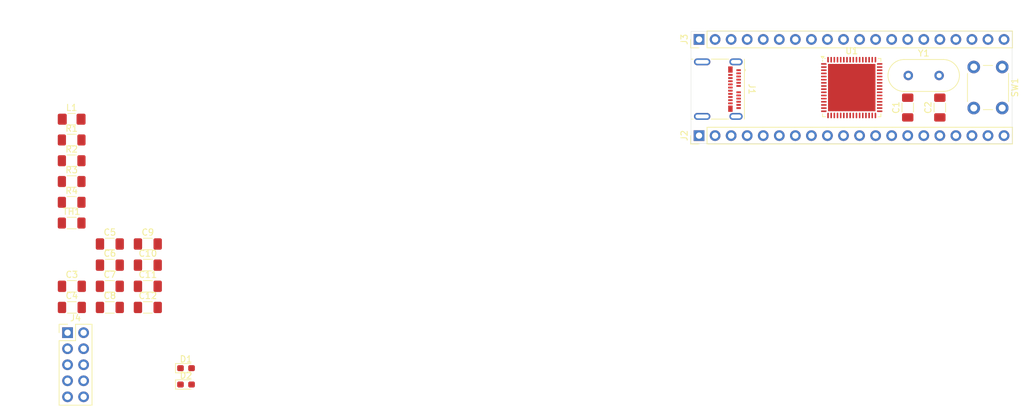
<source format=kicad_pcb>
(kicad_pcb (version 20240108) (generator "pcbnew") (generator_version "8.0")
  (layers (0 "F.Cu" signal) (31 "B.Cu" signal) (34 "B.Paste" user) (35 "F.Paste" user) (36 "B.SilkS" user "B.Silkscreen") (37 "F.SilkS" user "F.Silkscreen") (38 "B.Mask" user) (39 "F.Mask" user) (44 "Edge.Cuts" user))
  (net 0 "")
  (net 1 "GND")
  (net 2 "/XTAL_P")
  (net 3 "/XTAL_N")
  (net 4 "/USB_D_P")
  (net 5 "/USB_D_N")
  (net 6 "/USB_CC_2")
  (net 7 "/USB_CC_1")
  (net 8 "/+VBus_Unfiltered")
  (net 9 "+5V")
  (net 10 "Net-(U1-UCAP)")
  (net 11 "/+VBus_Conn")
  (net 23 "/C1")
  (net 24 "/D0")
  (net 25 "/D6")
  (net 26 "/D2")
  (net 27 "/C7")
  (net 28 "/C5")
  (net 29 "/D3")
  (net 30 "/E1")
  (net 31 "/C3")
  (net 32 "/D7")
  (net 33 "/D5")
  (net 34 "/C2")
  (net 35 "/D1")
  (net 36 "/C0")
  (net 37 "/C6")
  (net 38 "/C4")
  (net 39 "/B7")
  (net 40 "/D4")
  (net 41 "/A6")
  (net 42 "/A3")
  (net 43 "/A2")
  (net 44 "/A0")
  (net 45 "/A5")
  (net 46 "/E2")
  (net 47 "/A1")
  (net 48 "/A7")
  (net 49 "/A4")
  (net 50 "/USB_T_D_P")
  (net 51 "/USB_T_D_N")
  (net 52 "/RESET")
  (net 53 "/F3")
  (net 54 "/B4")
  (net 55 "/F6")
  (net 56 "/F0")
  (net 57 "/F4")
  (net 58 "/E5")
  (net 59 "/F1")
  (net 60 "/B0")
  (net 61 "/F7")
  (net 62 "/E3")
  (net 63 "/F2")
  (net 64 "/B5")
  (net 65 "/B3")
  (net 66 "/B2")
  (net 67 "/B6")
  (net 68 "/E7")
  (net 69 "/E6")
  (net 70 "/F5")
  (net 71 "/B1")
  (footprint "Resistor_SMD:R_1206_3216Metric_Pad1.30x1.75mm_HandSolder" (layer "F.Cu") (at -47.2 42.6)
    (property "Reference" "R1" (at 0 -1.82 0) (layer "F.SilkS"))
    (property "Value" "5k1")
    (fp_line (start -0.727064 -0.91) (end 0.727064 -0.91) (stroke (width 0.12)) (layer "F.SilkS"))
    (fp_line (start -0.727064 0.91) (end 0.727064 0.91) (stroke (width 0.12)) (layer "F.SilkS"))
    (pad "1" smd roundrect (at -1.55 0) (size 1.3 1.75) (layers "F.Cu" "F.Paste" "F.Mask") (roundrect_rratio 0.192308) (net 6 "/USB_CC_2"))
    (pad "2" smd roundrect (at 1.55 0) (size 1.3 1.75) (layers "F.Cu" "F.Paste" "F.Mask") (roundrect_rratio 0.192308) (net 1 "GND"))
  )
  (footprint "Connector_PinHeader_2.54mm:PinHeader_2x05_P2.54mm_Vertical" (layer "F.Cu") (at -47.85 73.13)
    (property "Reference" "J4" (at 1.27 -2.33 0) (layer "F.SilkS"))
    (property "Value" "Conn_02x05_Counter_Clockwise")
    (fp_line (start -1.33 -1.33) (end 0 -1.33) (stroke (width 0.12)) (layer "F.SilkS"))
    (fp_line (start -1.33 0) (end -1.33 -1.33) (stroke (width 0.12)) (layer "F.SilkS"))
    (fp_line (start -1.33 1.27) (end -1.33 11.49) (stroke (width 0.12)) (layer "F.SilkS"))
    (fp_line (start -1.33 1.27) (end 1.27 1.27) (stroke (width 0.12)) (layer "F.SilkS"))
    (fp_line (start -1.33 11.49) (end 3.87 11.49) (stroke (width 0.12)) (layer "F.SilkS"))
    (fp_line (start 1.27 -1.33) (end 3.87 -1.33) (stroke (width 0.12)) (layer "F.SilkS"))
    (fp_line (start 1.27 1.27) (end 1.27 -1.33) (stroke (width 0.12)) (layer "F.SilkS"))
    (fp_line (start 3.87 -1.33) (end 3.87 11.49) (stroke (width 0.12)) (layer "F.SilkS"))
    (pad "1" thru_hole rect (at 0 0) (size 1.7 1.7) (drill 1) (layers "*.Cu" "*.Mask") (net 44 "/A0"))
    (pad "2" thru_hole oval (at 2.54 0) (size 1.7 1.7) (drill 1) (layers "*.Cu" "*.Mask") (net 47 "/A1"))
    (pad "3" thru_hole oval (at 0 2.54) (size 1.7 1.7) (drill 1) (layers "*.Cu" "*.Mask") (net 43 "/A2"))
    (pad "4" thru_hole oval (at 2.54 2.54) (size 1.7 1.7) (drill 1) (layers "*.Cu" "*.Mask") (net 42 "/A3"))
    (pad "5" thru_hole oval (at 0 5.08) (size 1.7 1.7) (drill 1) (layers "*.Cu" "*.Mask") (net 46 "/E2"))
    (pad "6" thru_hole oval (at 2.54 5.08) (size 1.7 1.7) (drill 1) (layers "*.Cu" "*.Mask") (net 1 "GND"))
    (pad "7" thru_hole oval (at 0 7.62) (size 1.7 1.7) (drill 1) (layers "*.Cu" "*.Mask") (net 48 "/A7"))
    (pad "8" thru_hole oval (at 2.54 7.62) (size 1.7 1.7) (drill 1) (layers "*.Cu" "*.Mask") (net 41 "/A6"))
    (pad "9" thru_hole oval (at 0 10.16) (size 1.7 1.7) (drill 1) (layers "*.Cu" "*.Mask") (net 45 "/A5"))
    (pad "10" thru_hole oval (at 2.54 10.16) (size 1.7 1.7) (drill 1) (layers "*.Cu" "*.Mask") (net 49 "/A4"))
  )
  (footprint "Resistor_SMD:R_1206_3216Metric_Pad1.30x1.75mm_HandSolder" (layer "F.Cu") (at -47.2 49.18)
    (property "Reference" "R3" (at 0 -1.82 0) (layer "F.SilkS"))
    (property "Value" "22R")
    (fp_line (start -0.727064 -0.91) (end 0.727064 -0.91) (stroke (width 0.12)) (layer "F.SilkS"))
    (fp_line (start -0.727064 0.91) (end 0.727064 0.91) (stroke (width 0.12)) (layer "F.SilkS"))
    (pad "1" smd roundrect (at -1.55 0) (size 1.3 1.75) (layers "F.Cu" "F.Paste" "F.Mask") (roundrect_rratio 0.192308) (net 4 "/USB_D_P"))
    (pad "2" smd roundrect (at 1.55 0) (size 1.3 1.75) (layers "F.Cu" "F.Paste" "F.Mask") (roundrect_rratio 0.192308) (net 50 "/USB_T_D_P"))
  )
  (footprint "Crystal:Crystal_HC49-U_Vertical" (layer "F.Cu") (at 85.18 32.385)
    (property "Reference" "Y1" (at 2.44 -3.525 360) (layer "F.SilkS"))
    (property "Value" "16MHz")
    (fp_line (start -0.685 -2.525) (end 5.565 -2.525) (stroke (width 0.12)) (layer "F.SilkS"))
    (fp_line (start -0.685 2.525) (end 5.565 2.525) (stroke (width 0.12)) (layer "F.SilkS"))
    (fp_arc (start -0.685 2.525) (mid -3.21 0) (end -0.685 -2.525) (stroke (width 0.12)) (layer "F.SilkS"))
    (fp_arc (start 5.565 -2.525) (mid 8.09 0) (end 5.565 2.525) (stroke (width 0.12)) (layer "F.SilkS"))
    (pad "1" thru_hole circle (at 0 0) (size 1.5 1.5) (drill 0.8) (layers "*.Cu" "*.Mask") (net 2 "/XTAL_P"))
    (pad "2" thru_hole circle (at 4.88 0) (size 1.5 1.5) (drill 0.8) (layers "*.Cu" "*.Mask") (net 3 "/XTAL_N"))
  )
  (footprint "Connector_USB:USB_C_Receptacle_Molex_105450-0101" (layer "F.Cu") (at 55.118 34.544 -90)
    (property "Reference" "J1" (at 0 -5.315 -90) (layer "F.SilkS"))
    (property "Value" "USB_C_Receptacle")
    (fp_line (start -4.75 4.235) (end -4.75 4.025) (stroke (width 0.12)) (layer "F.SilkS"))
    (fp_line (start 4.75 4.225) (end 4.75 4) (stroke (width 0.12)) (layer "F.SilkS"))
    (fp_line (start 4.75 1.125) (end 4.75 -1.6) (stroke (width 0.12)) (layer "F.SilkS"))
    (fp_line (start -4.75 -1.625) (end -4.75 1.075) (stroke (width 0.12)) (layer "F.SilkS"))
    (fp_line (start -4.75 -4.125) (end 4.75 -4.125) (stroke (width 0.12)) (layer "F.SilkS"))
    (fp_line (start -3.125 -4.275) (end -2.9 -4.275) (stroke (width 0.12)) (layer "F.SilkS"))
    (pad "A1" smd rect (at -3 -3.215 270) (size 0.3 0.7) (layers "F.Cu" "F.Paste" "F.Mask") (net 1 "GND"))
    (pad "A2" smd rect (at -2.5 -3.215 270) (size 0.3 0.7) (layers "F.Cu" "F.Paste" "F.Mask"))
    (pad "A3" smd rect (at -2 -3.215 270) (size 0.3 0.7) (layers "F.Cu" "F.Paste" "F.Mask"))
    (pad "A4" smd rect (at -1.5 -3.215 270) (size 0.3 0.7) (layers "F.Cu" "F.Paste" "F.Mask") (net 11 "/+VBus_Conn"))
    (pad "A5" smd rect (at -1 -3.215 270) (size 0.3 0.7) (layers "F.Cu" "F.Paste" "F.Mask") (net 7 "/USB_CC_1"))
    (pad "A6" smd rect (at -0.5 -3.215 270) (size 0.3 0.7) (layers "F.Cu" "F.Paste" "F.Mask") (net 4 "/USB_D_P"))
    (pad "A7" smd rect (at 0.5 -3.215 270) (size 0.3 0.7) (layers "F.Cu" "F.Paste" "F.Mask") (net 5 "/USB_D_N"))
    (pad "A8" smd rect (at 1 -3.215 270) (size 0.3 0.7) (layers "F.Cu" "F.Paste" "F.Mask"))
    (pad "A9" smd rect (at 1.5 -3.215 270) (size 0.3 0.7) (layers "F.Cu" "F.Paste" "F.Mask") (net 11 "/+VBus_Conn"))
    (pad "A10" smd rect (at 2 -3.215 270) (size 0.3 0.7) (layers "F.Cu" "F.Paste" "F.Mask"))
    (pad "A11" smd rect (at 2.5 -3.215 270) (size 0.3 0.7) (layers "F.Cu" "F.Paste" "F.Mask"))
    (pad "A12" smd rect (at 3 -3.215 270) (size 0.3 0.7) (layers "F.Cu" "F.Paste" "F.Mask") (net 1 "GND"))
    (pad "B1" smd rect (at 3.1 -1.915 270) (size 1 0.7) (layers "F.Cu" "F.Paste" "F.Mask") (net 1 "GND"))
    (pad "B2" smd rect (at 2.25 -1.915 270) (size 0.3 0.7) (layers "F.Cu" "F.Paste" "F.Mask"))
    (pad "B3" smd rect (at 1.75 -1.915 270) (size 0.3 0.7) (layers "F.Cu" "F.Paste" "F.Mask"))
    (pad "B4" smd rect (at 1.25 -1.915 270) (size 0.3 0.7) (layers "F.Cu" "F.Paste" "F.Mask") (net 11 "/+VBus_Conn"))
    (pad "B5" smd rect (at 0.75 -1.915 270) (size 0.3 0.7) (layers "F.Cu" "F.Paste" "F.Mask") (net 6 "/USB_CC_2"))
    (pad "B6" smd rect (at 0.25 -1.915 270) (size 0.3 0.7) (layers "F.Cu" "F.Paste" "F.Mask") (net 4 "/USB_D_P"))
    (pad "B7" smd rect (at -0.25 -1.915 270) (size 0.3 0.7) (layers "F.Cu" "F.Paste" "F.Mask") (net 5 "/USB_D_N"))
    (pad "B8" smd rect (at -0.75 -1.915 270) (size 0.3 0.7) (layers "F.Cu" "F.Paste" "F.Mask"))
    (pad "B9" smd rect (at -1.25 -1.915 270) (size 0.3 0.7) (layers "F.Cu" "F.Paste" "F.Mask") (net 11 "/+VBus_Conn"))
    (pad "B10" smd rect (at -1.75 -1.915 270) (size 0.3 0.7) (layers "F.Cu" "F.Paste" "F.Mask"))
    (pad "B11" smd rect (at -2.25 -1.915 270) (size 0.3 0.7) (layers "F.Cu" "F.Paste" "F.Mask"))
    (pad "B12" smd rect (at -3.1 -1.915 270) (size 1 0.7) (layers "F.Cu" "F.Paste" "F.Mask") (net 1 "GND"))
    (pad "S1" thru_hole oval (at -4.32 -2.805 270) (size 1.1 2.1) (drill oval 0.6 1.6) (layers "*.Cu" "*.Mask"))
    (pad "S1" thru_hole oval (at -4.32 2.555 270) (size 1.1 2.6) (drill oval 0.6 2.1) (layers "*.Cu" "*.Mask"))
    (pad "S1" thru_hole oval (at 4.32 -2.805 270) (size 1.1 2.1) (drill oval 0.6 1.6) (layers "*.Cu" "*.Mask"))
    (pad "S1" thru_hole oval (at 4.32 2.555 270) (size 1.1 2.6) (drill oval 0.6 2.1) (layers "*.Cu" "*.Mask"))
  )
  (footprint "Capacitor_SMD:C_1206_3216Metric_Pad1.33x1.80mm_HandSolder" (layer "F.Cu") (at -41.16 69.13)
    (property "Reference" "C8" (at 0 -1.85 0) (layer "F.SilkS"))
    (property "Value" "2u2")
    (fp_line (start -0.711252 -0.91) (end 0.711252 -0.91) (stroke (width 0.12)) (layer "F.SilkS"))
    (fp_line (start -0.711252 0.91) (end 0.711252 0.91) (stroke (width 0.12)) (layer "F.SilkS"))
    (pad "1" smd roundrect (at -1.5625 0) (size 1.325 1.8) (layers "F.Cu" "F.Paste" "F.Mask") (roundrect_rratio 0.188679) (net 9 "+5V"))
    (pad "2" smd roundrect (at 1.5625 0) (size 1.325 1.8) (layers "F.Cu" "F.Paste" "F.Mask") (roundrect_rratio 0.188679) (net 1 "GND"))
  )
  (footprint "Button_Switch_THT:SW_PUSH_6mm" (layer "F.Cu") (at 100.04 31.04 -90)
    (property "Reference" "SW1" (at 3.25 -2 90) (layer "F.SilkS"))
    (property "Value" "RESET")
    (fp_line (start 1 5.5) (end 5.5 5.5) (stroke (width 0.12)) (layer "F.SilkS"))
    (fp_line (start 6.75 3) (end 6.75 1.5) (stroke (width 0.12)) (layer "F.SilkS"))
    (fp_line (start -0.25 1.5) (end -0.25 3) (stroke (width 0.12)) (layer "F.SilkS"))
    (fp_line (start 5.5 -1) (end 1 -1) (stroke (width 0.12)) (layer "F.SilkS"))
    (pad "1" thru_hole circle (at 0 0) (size 2 2) (drill 1.1) (layers "*.Cu" "*.Mask") (net 1 "GND"))
    (pad "1" thru_hole circle (at 6.5 0) (size 2 2) (drill 1.1) (layers "*.Cu" "*.Mask") (net 1 "GND"))
    (pad "2" thru_hole circle (at 0 4.5) (size 2 2) (drill 1.1) (layers "*.Cu" "*.Mask") (net 52 "/RESET"))
    (pad "2" thru_hole circle (at 6.5 4.5) (size 2 2) (drill 1.1) (layers "*.Cu" "*.Mask") (net 52 "/RESET"))
  )
  (footprint "Connector_PinHeader_2.54mm:PinHeader_1x20_P2.54mm_Vertical" (layer "F.Cu") (at 52.07 26.67 90)
    (property "Reference" "J3" (at 0 -2.33 90) (layer "F.SilkS"))
    (property "Value" "Conn_01x20_Pin")
    (fp_line (start -1.33 -1.33) (end 0 -1.33) (stroke (width 0.12)) (layer "F.SilkS"))
    (fp_line (start -1.33 0) (end -1.33 -1.33) (stroke (width 0.12)) (layer "F.SilkS"))
    (fp_line (start 1.33 1.27) (end 1.33 49.59) (stroke (width 0.12)) (layer "F.SilkS"))
    (fp_line (start -1.33 1.27) (end 1.33 1.27) (stroke (width 0.12)) (layer "F.SilkS"))
    (fp_line (start -1.33 1.27) (end -1.33 49.59) (stroke (width 0.12)) (layer "F.SilkS"))
    (fp_line (start -1.33 49.59) (end 1.33 49.59) (stroke (width 0.12)) (layer "F.SilkS"))
    (pad "1" thru_hole rect (at 0 0 90) (size 1.7 1.7) (drill 1) (layers "*.Cu" "*.Mask"))
    (pad "2" thru_hole oval (at 0 2.54 90) (size 1.7 1.7) (drill 1) (layers "*.Cu" "*.Mask"))
    (pad "3" thru_hole oval (at 0 5.08 90) (size 1.7 1.7) (drill 1) (layers "*.Cu" "*.Mask"))
    (pad "4" thru_hole oval (at 0 7.62 90) (size 1.7 1.7) (drill 1) (layers "*.Cu" "*.Mask"))
    (pad "5" thru_hole oval (at 0 10.16 90) (size 1.7 1.7) (drill 1) (layers "*.Cu" "*.Mask"))
    (pad "6" thru_hole oval (at 0 12.7 90) (size 1.7 1.7) (drill 1) (layers "*.Cu" "*.Mask"))
    (pad "7" thru_hole oval (at 0 15.24 90) (size 1.7 1.7) (drill 1) (layers "*.Cu" "*.Mask"))
    (pad "8" thru_hole oval (at 0 17.78 90) (size 1.7 1.7) (drill 1) (layers "*.Cu" "*.Mask"))
    (pad "9" thru_hole oval (at 0 20.32 90) (size 1.7 1.7) (drill 1) (layers "*.Cu" "*.Mask"))
    (pad "10" thru_hole oval (at 0 22.86 90) (size 1.7 1.7) (drill 1) (layers "*.Cu" "*.Mask"))
    (pad "11" thru_hole oval (at 0 25.4 90) (size 1.7 1.7) (drill 1) (layers "*.Cu" "*.Mask"))
    (pad "12" thru_hole oval (at 0 27.94 90) (size 1.7 1.7) (drill 1) (layers "*.Cu" "*.Mask"))
    (pad "13" thru_hole oval (at 0 30.48 90) (size 1.7 1.7) (drill 1) (layers "*.Cu" "*.Mask"))
    (pad "14" thru_hole oval (at 0 33.02 90) (size 1.7 1.7) (drill 1) (layers "*.Cu" "*.Mask"))
    (pad "15" thru_hole oval (at 0 35.56 90) (size 1.7 1.7) (drill 1) (layers "*.Cu" "*.Mask"))
    (pad "16" thru_hole oval (at 0 38.1 90) (size 1.7 1.7) (drill 1) (layers "*.Cu" "*.Mask"))
    (pad "17" thru_hole oval (at 0 40.64 90) (size 1.7 1.7) (drill 1) (layers "*.Cu" "*.Mask"))
    (pad "18" thru_hole oval (at 0 43.18 90) (size 1.7 1.7) (drill 1) (layers "*.Cu" "*.Mask"))
    (pad "19" thru_hole oval (at 0 45.72 90) (size 1.7 1.7) (drill 1) (layers "*.Cu" "*.Mask"))
    (pad "20" thru_hole oval (at 0 48.26 90) (size 1.7 1.7) (drill 1) (layers "*.Cu" "*.Mask"))
  )
  (footprint "Diode_SMD:D_0603_1608Metric_Pad1.05x0.95mm_HandSolder" (layer "F.Cu") (at -29.105 81.34)
    (property "Reference" "D2" (at 0 -1.43 0) (layer "F.SilkS"))
    (property "Value" "0603ESDA-MLP7")
    (fp_line (start -1.66 -0.735) (end -1.66 0.735) (stroke (width 0.12)) (layer "F.SilkS"))
    (fp_line (start -1.66 0.735) (end 0.8 0.735) (stroke (width 0.12)) (layer "F.SilkS"))
    (fp_line (start 0.8 -0.735) (end -1.66 -0.735) (stroke (width 0.12)) (layer "F.SilkS"))
    (pad "1" smd roundrect (at -0.875 0) (size 1.05 0.95) (layers "F.Cu" "F.Paste" "F.Mask") (net 1 "GND"))
    (pad "2" smd roundrect (at 0.875 0) (size 1.05 0.95) (layers "F.Cu" "F.Paste" "F.Mask") (net 5 "/USB_D_N"))
  )
  (footprint "Capacitor_SMD:C_1206_3216Metric_Pad1.33x1.80mm_HandSolder" (layer "F.Cu") (at -41.16 62.43)
    (property "Reference" "C6" (at 0 -1.85 0) (layer "F.SilkS"))
    (property "Value" "30p")
    (fp_line (start -0.711252 -0.91) (end 0.711252 -0.91) (stroke (width 0.12)) (layer "F.SilkS"))
    (fp_line (start -0.711252 0.91) (end 0.711252 0.91) (stroke (width 0.12)) (layer "F.SilkS"))
    (pad "1" smd roundrect (at -1.5625 0) (size 1.325 1.8) (layers "F.Cu" "F.Paste" "F.Mask") (roundrect_rratio 0.188679) (net 7 "/USB_CC_1"))
    (pad "2" smd roundrect (at 1.5625 0) (size 1.325 1.8) (layers "F.Cu" "F.Paste" "F.Mask") (roundrect_rratio 0.188679) (net 1 "GND"))
  )
  (footprint "Package_DFN_QFN:QFN-64-1EP_9x9mm_P0.5mm_EP7.5x7.5mm" (layer "F.Cu") (at 76.23 34.3)
    (property "Reference" "U1" (at 0 -5.81 360) (layer "F.SilkS"))
    (property "Value" "AT90USB1286-A")
    (fp_line (start -4.61 -4.135) (end -4.61 -4.37) (stroke (width 0.12)) (layer "F.SilkS"))
    (fp_line (start -4.61 4.61) (end -4.61 4.135) (stroke (width 0.12)) (layer "F.SilkS"))
    (fp_line (start -4.135 -4.61) (end -4.31 -4.61) (stroke (width 0.12)) (layer "F.SilkS"))
    (fp_line (start -4.135 4.61) (end -4.61 4.61) (stroke (width 0.12)) (layer "F.SilkS"))
    (fp_line (start 4.135 -4.61) (end 4.61 -4.61) (stroke (width 0.12)) (layer "F.SilkS"))
    (fp_line (start 4.135 4.61) (end 4.61 4.61) (stroke (width 0.12)) (layer "F.SilkS"))
    (fp_line (start 4.61 -4.61) (end 4.61 -4.135) (stroke (width 0.12)) (layer "F.SilkS"))
    (fp_line (start 4.61 4.61) (end 4.61 4.135) (stroke (width 0.12)) (layer "F.SilkS"))
    (fp_poly (pts (xy -4.61 -4.61) (xy -4.85 -4.94) (xy -4.37 -4.94) (xy -4.61 -4.61)) (stroke (width 0.12)) (fill solid) (layer "F.SilkS"))
    (pad "1" smd custom (at -4.4125 -3.75) (size 0.179289 0.179289) (layers "F.Cu" "F.Paste" "F.Mask") (net 69 "/E6") (options (clearance outline) (anchor circle)) (primitives (gr_poly (pts (xy -0.375 -0.0625) (xy 0.311612 -0.0625) (xy 0.375 0.000888) (xy 0.375 0.0625) (xy -0.375 0.0625)) (width 0.125) (fill yes))))
    (pad "2" smd roundrect (at -4.4125 -3.25) (size 0.875 0.25) (layers "F.Cu" "F.Paste" "F.Mask") (net 68 "/E7"))
    (pad "3" smd roundrect (at -4.4125 -2.75) (size 0.875 0.25) (layers "F.Cu" "F.Paste" "F.Mask") (net 9 "+5V"))
    (pad "4" smd roundrect (at -4.4125 -2.25) (size 0.875 0.25) (layers "F.Cu" "F.Paste" "F.Mask") (net 51 "/USB_T_D_N"))
    (pad "5" smd roundrect (at -4.4125 -1.75) (size 0.875 0.25) (layers "F.Cu" "F.Paste" "F.Mask") (net 50 "/USB_T_D_P"))
    (pad "6" smd roundrect (at -4.4125 -1.25) (size 0.875 0.25) (layers "F.Cu" "F.Paste" "F.Mask") (net 1 "GND"))
    (pad "7" smd roundrect (at -4.4125 -0.75) (size 0.875 0.25) (layers "F.Cu" "F.Paste" "F.Mask") (net 10 "Net-(U1-UCAP)"))
    (pad "8" smd roundrect (at -4.4125 -0.25) (size 0.875 0.25) (layers "F.Cu" "F.Paste" "F.Mask") (net 9 "+5V"))
    (pad "9" smd roundrect (at -4.4125 0.25) (size 0.875 0.25) (layers "F.Cu" "F.Paste" "F.Mask") (net 62 "/E3"))
    (pad "10" smd roundrect (at -4.4125 0.75) (size 0.875 0.25) (layers "F.Cu" "F.Paste" "F.Mask") (net 60 "/B0"))
    (pad "11" smd roundrect (at -4.4125 1.25) (size 0.875 0.25) (layers "F.Cu" "F.Paste" "F.Mask") (net 71 "/B1"))
    (pad "12" smd roundrect (at -4.4125 1.75) (size 0.875 0.25) (layers "F.Cu" "F.Paste" "F.Mask") (net 66 "/B2"))
    (pad "13" smd roundrect (at -4.4125 2.25) (size 0.875 0.25) (layers "F.Cu" "F.Paste" "F.Mask") (net 65 "/B3"))
    (pad "14" smd roundrect (at -4.4125 2.75) (size 0.875 0.25) (layers "F.Cu" "F.Paste" "F.Mask") (net 54 "/B4"))
    (pad "15" smd roundrect (at -4.4125 3.25) (size 0.875 0.25) (layers "F.Cu" "F.Paste" "F.Mask") (net 64 "/B5"))
    (pad "16" smd custom (at -4.4125 3.75) (size 0.179289 0.179289) (layers "F.Cu" "F.Paste" "F.Mask") (net 67 "/B6") (options (clearance outline) (anchor circle)) (primitives (gr_poly (pts (xy -0.375 -0.0625) (xy 0.375 -0.0625) (xy 0.375 -0.000888) (xy 0.311612 0.0625) (xy -0.375 0.0625)) (width 0.125) (fill yes))))
    (pad "17" smd custom (at -3.75 4.4125) (size 0.179289 0.179289) (layers "F.Cu" "F.Paste" "F.Mask") (net 39 "/B7") (options (clearance outline) (anchor circle)) (primitives (gr_poly (pts (xy -0.0625 -0.311612) (xy 0.000888 -0.375) (xy 0.0625 -0.375) (xy 0.0625 0.375) (xy -0.0625 0.375)) (width 0.125) (fill yes))))
    (pad "18" smd roundrect (at -3.25 4.4125) (size 0.25 0.875) (layers "F.Cu" "F.Paste" "F.Mask") (net 38 "/C4"))
    (pad "19" smd roundrect (at -2.75 4.4125) (size 0.25 0.875) (layers "F.Cu" "F.Paste" "F.Mask") (net 58 "/E5"))
    (pad "20" smd roundrect (at -2.25 4.4125) (size 0.25 0.875) (layers "F.Cu" "F.Paste" "F.Mask") (net 52 "/RESET"))
    (pad "21" smd roundrect (at -1.75 4.4125) (size 0.25 0.875) (layers "F.Cu" "F.Paste" "F.Mask") (net 9 "+5V"))
    (pad "22" smd roundrect (at -1.25 4.4125) (size 0.25 0.875) (layers "F.Cu" "F.Paste" "F.Mask") (net 1 "GND"))
    (pad "23" smd roundrect (at -0.75 4.4125) (size 0.25 0.875) (layers "F.Cu" "F.Paste" "F.Mask") (net 3 "/XTAL_N"))
    (pad "24" smd roundrect (at -0.25 4.4125) (size 0.25 0.875) (layers "F.Cu" "F.Paste" "F.Mask") (net 2 "/XTAL_P"))
    (pad "25" smd roundrect (at 0.25 4.4125) (size 0.25 0.875) (layers "F.Cu" "F.Paste" "F.Mask") (net 24 "/D0"))
    (pad "26" smd roundrect (at 0.75 4.4125) (size 0.25 0.875) (layers "F.Cu" "F.Paste" "F.Mask") (net 35 "/D1"))
    (pad "27" smd roundrect (at 1.25 4.4125) (size 0.25 0.875) (layers "F.Cu" "F.Paste" "F.Mask") (net 26 "/D2"))
    (pad "28" smd roundrect (at 1.75 4.4125) (size 0.25 0.875) (layers "F.Cu" "F.Paste" "F.Mask") (net 29 "/D3"))
    (pad "29" smd roundrect (at 2.25 4.4125) (size 0.25 0.875) (layers "F.Cu" "F.Paste" "F.Mask") (net 40 "/D4"))
    (pad "30" smd roundrect (at 2.75 4.4125) (size 0.25 0.875) (layers "F.Cu" "F.Paste" "F.Mask") (net 33 "/D5"))
    (pad "31" smd roundrect (at 3.25 4.4125) (size 0.25 0.875) (layers "F.Cu" "F.Paste" "F.Mask") (net 25 "/D6"))
    (pad "32" smd custom (at 3.75 4.4125) (size 0.179289 0.179289) (layers "F.Cu" "F.Paste" "F.Mask") (net 32 "/D7") (options (clearance outline) (anchor circle)) (primitives (gr_poly (pts (xy -0.0625 -0.375) (xy -0.000888 -0.375) (xy 0.0625 -0.311612) (xy 0.0625 0.375) (xy -0.0625 0.375)) (width 0.125) (fill yes))))
    (pad "33" smd custom (at 4.4125 3.75) (size 0.179289 0.179289) (layers "F.Cu" "F.Paste" "F.Mask") (net 9 "+5V") (options (clearance outline) (anchor circle)) (primitives (gr_poly (pts (xy -0.375 -0.0625) (xy 0.375 -0.0625) (xy 0.375 0.0625) (xy -0.311612 0.0625) (xy -0.375 -0.000888)) (width 0.125) (fill yes))))
    (pad "34" smd roundrect (at 4.4125 3.25) (size 0.875 0.25) (layers "F.Cu" "F.Paste" "F.Mask") (net 30 "/E1"))
    (pad "35" smd roundrect (at 4.4125 2.75) (size 0.875 0.25) (layers "F.Cu" "F.Paste" "F.Mask") (net 36 "/C0"))
    (pad "36" smd roundrect (at 4.4125 2.25) (size 0.875 0.25) (layers "F.Cu" "F.Paste" "F.Mask") (net 23 "/C1"))
    (pad "37" smd roundrect (at 4.4125 1.75) (size 0.875 0.25) (layers "F.Cu" "F.Paste" "F.Mask") (net 34 "/C2"))
    (pad "38" smd roundrect (at 4.4125 1.25) (size 0.875 0.25) (layers "F.Cu" "F.Paste" "F.Mask") (net 31 "/C3"))
    (pad "39" smd roundrect (at 4.4125 0.75) (size 0.875 0.25) (layers "F.Cu" "F.Paste" "F.Mask") (net 38 "/C4"))
    (pad "40" smd roundrect (at 4.4125 0.25) (size 0.875 0.25) (layers "F.Cu" "F.Paste" "F.Mask") (net 28 "/C5"))
    (pad "41" smd roundrect (at 4.4125 -0.25) (size 0.875 0.25) (layers "F.Cu" "F.Paste" "F.Mask") (net 37 "/C6"))
    (pad "42" smd roundrect (at 4.4125 -0.75) (size 0.875 0.25) (layers "F.Cu" "F.Paste" "F.Mask") (net 27 "/C7"))
    (pad "43" smd roundrect (at 4.4125 -1.25) (size 0.875 0.25) (layers "F.Cu" "F.Paste" "F.Mask") (net 46 "/E2"))
    (pad "44" smd roundrect (at 4.4125 -1.75) (size 0.875 0.25) (layers "F.Cu" "F.Paste" "F.Mask") (net 48 "/A7"))
    (pad "45" smd roundrect (at 4.4125 -2.25) (size 0.875 0.25) (layers "F.Cu" "F.Paste" "F.Mask") (net 41 "/A6"))
    (pad "46" smd roundrect (at 4.4125 -2.75) (size 0.875 0.25) (layers "F.Cu" "F.Paste" "F.Mask") (net 45 "/A5"))
    (pad "47" smd roundrect (at 4.4125 -3.25) (size 0.875 0.25) (layers "F.Cu" "F.Paste" "F.Mask") (net 49 "/A4"))
    (pad "48" smd custom (at 4.4125 -3.75) (size 0.179289 0.179289) (layers "F.Cu" "F.Paste" "F.Mask") (net 42 "/A3") (options (clearance outline) (anchor circle)) (primitives (gr_poly (pts (xy -0.375 0.000888) (xy -0.311612 -0.0625) (xy 0.375 -0.0625) (xy 0.375 0.0625) (xy -0.375 0.0625)) (width 0.125) (fill yes))))
    (pad "49" smd custom (at 3.75 -4.4125) (size 0.179289 0.179289) (layers "F.Cu" "F.Paste" "F.Mask") (net 43 "/A2") (options (clearance outline) (anchor circle)) (primitives (gr_poly (pts (xy -0.0625 -0.375) (xy 0.0625 -0.375) (xy 0.0625 0.311612) (xy -0.000888 0.375) (xy -0.0625 0.375)) (width 0.125) (fill yes))))
    (pad "50" smd roundrect (at 3.25 -4.4125) (size 0.25 0.875) (layers "F.Cu" "F.Paste" "F.Mask") (net 47 "/A1"))
    (pad "51" smd roundrect (at 2.75 -4.4125) (size 0.25 0.875) (layers "F.Cu" "F.Paste" "F.Mask") (net 44 "/A0"))
    (pad "52" smd roundrect (at 2.25 -4.4125) (size 0.25 0.875) (layers "F.Cu" "F.Paste" "F.Mask") (net 9 "+5V"))
    (pad "53" smd roundrect (at 1.75 -4.4125) (size 0.25 0.875) (layers "F.Cu" "F.Paste" "F.Mask") (net 1 "GND"))
    (pad "54" smd roundrect (at 1.25 -4.4125) (size 0.25 0.875) (layers "F.Cu" "F.Paste" "F.Mask") (net 61 "/F7"))
    (pad "55" smd roundrect (at 0.75 -4.4125) (size 0.25 0.875) (layers "F.Cu" "F.Paste" "F.Mask") (net 55 "/F6"))
    (pad "56" smd roundrect (at 0.25 -4.4125) (size 0.25 0.875) (layers "F.Cu" "F.Paste" "F.Mask") (net 70 "/F5"))
    (pad "57" smd roundrect (at -0.25 -4.4125) (size 0.25 0.875) (layers "F.Cu" "F.Paste" "F.Mask") (net 57 "/F4"))
    (pad "58" smd roundrect (at -0.75 -4.4125) (size 0.25 0.875) (layers "F.Cu" "F.Paste" "F.Mask") (net 53 "/F3"))
    (pad "59" smd roundrect (at -1.25 -4.4125) (size 0.25 0.875) (layers "F.Cu" "F.Paste" "F.Mask") (net 63 "/F2"))
    (pad "60" smd roundrect (at -1.75 -4.4125) (size 0.25 0.875) (layers "F.Cu" "F.Paste" "F.Mask") (net 59 "/F1"))
    (pad "61" smd roundrect (at -2.25 -4.4125) (size 0.25 0.875) (layers "F.Cu" "F.Paste" "F.Mask") (net 56 "/F0"))
    (pad "62" smd roundrect (at -2.75 -4.4125) (size 0.25 0.875) (layers "F.Cu" "F.Paste" "F.Mask") (net 1 "GND"))
    (pad "63" smd roundrect (at -3.25 -4.4125) (size 0.25 0.875) (layers "F.Cu" "F.Paste" "F.Mask") (net 1 "GND"))
    (pad "64" smd custom (at -3.75 -4.4125) (size 0.179289 0.179289) (layers "F.Cu" "F.Paste" "F.Mask") (net 9 "+5V") (options (clearance outline) (anchor circle)) (primitives (gr_poly (pts (xy -0.0625 -0.375) (xy 0.0625 -0.375) (xy 0.0625 0.375) (xy 0.000888 0.375) (xy -0.0625 0.311612)) (width 0.125) (fill yes))))
    (pad "65" smd rect (at 0 0) (size 7.5 7.5) (property pad_prop_heatsink) (layers "F.Cu" "F.Mask") (net 1 "GND"))
  )
  (footprint "Capacitor_SMD:C_1206_3216Metric_Pad1.33x1.80mm_HandSolder" (layer "F.Cu") (at -35.15 59.08)
    (property "Reference" "C9" (at 0 -1.85 0) (layer "F.SilkS"))
    (property "Value" "2u2")
    (fp_line (start -0.711252 -0.91) (end 0.711252 -0.91) (stroke (width 0.12)) (layer "F.SilkS"))
    (fp_line (start -0.711252 0.91) (end 0.711252 0.91) (stroke (width 0.12)) (layer "F.SilkS"))
    (pad "1" smd roundrect (at -1.5625 0) (size 1.325 1.8) (layers "F.Cu" "F.Paste" "F.Mask") (roundrect_rratio 0.188679) (net 1 "GND"))
    (pad "2" smd roundrect (at 1.5625 0) (size 1.325 1.8) (layers "F.Cu" "F.Paste" "F.Mask") (roundrect_rratio 0.188679) (net 10 "Net-(U1-UCAP)"))
  )
  (footprint "Capacitor_SMD:C_1206_3216Metric_Pad1.33x1.80mm_HandSolder" (layer "F.Cu") (at 90.17 37.465 90)
    (property "Reference" "C2" (at 0 -1.85 90) (layer "F.SilkS"))
    (property "Value" "22p")
    (fp_line (start -0.711252 -0.91) (end 0.711252 -0.91) (stroke (width 0.12)) (layer "F.SilkS"))
    (fp_line (start -0.711252 0.91) (end 0.711252 0.91) (stroke (width 0.12)) (layer "F.SilkS"))
    (pad "1" smd roundrect (at -1.5625 0 90) (size 1.325 1.8) (layers "F.Cu" "F.Paste" "F.Mask") (roundrect_rratio 0.188679) (net 1 "GND"))
    (pad "2" smd roundrect (at 1.5625 0 90) (size 1.325 1.8) (layers "F.Cu" "F.Paste" "F.Mask") (roundrect_rratio 0.188679) (net 3 "/XTAL_N"))
  )
  (footprint "Capacitor_SMD:C_1206_3216Metric_Pad1.33x1.80mm_HandSolder" (layer "F.Cu") (at -35.15 65.78)
    (property "Reference" "C11" (at 0 -1.85 0) (layer "F.SilkS"))
    (property "Value" "0u1")
    (fp_line (start -0.711252 -0.91) (end 0.711252 -0.91) (stroke (width 0.12)) (layer "F.SilkS"))
    (fp_line (start -0.711252 0.91) (end 0.711252 0.91) (stroke (width 0.12)) (layer "F.SilkS"))
    (pad "1" smd roundrect (at -1.5625 0) (size 1.325 1.8) (layers "F.Cu" "F.Paste" "F.Mask") (roundrect_rratio 0.188679) (net 9 "+5V"))
    (pad "2" smd roundrect (at 1.5625 0) (size 1.325 1.8) (layers "F.Cu" "F.Paste" "F.Mask") (roundrect_rratio 0.188679) (net 1 "GND"))
  )
  (footprint "Resistor_SMD:R_1206_3216Metric_Pad1.30x1.75mm_HandSolder" (layer "F.Cu") (at -47.2 55.76)
    (property "Reference" "TH1" (at 0 -1.82 0) (layer "F.SilkS"))
    (property "Value" "Thermistor_PTC_US")
    (fp_line (start -0.727064 -0.91) (end 0.727064 -0.91) (stroke (width 0.12)) (layer "F.SilkS"))
    (fp_line (start -0.727064 0.91) (end 0.727064 0.91) (stroke (width 0.12)) (layer "F.SilkS"))
    (pad "1" smd roundrect (at -1.55 0) (size 1.3 1.75) (layers "F.Cu" "F.Paste" "F.Mask") (roundrect_rratio 0.192308) (net 8 "/+VBus_Unfiltered"))
    (pad "2" smd roundrect (at 1.55 0) (size 1.3 1.75) (layers "F.Cu" "F.Paste" "F.Mask") (roundrect_rratio 0.192308) (net 11 "/+VBus_Conn"))
  )
  (footprint "Capacitor_SMD:C_1206_3216Metric_Pad1.33x1.80mm_HandSolder" (layer "F.Cu") (at -47.17 69.13)
    (property "Reference" "C4" (at 0 -1.85 0) (layer "F.SilkS"))
    (property "Value" "30p")
    (fp_line (start -0.711252 -0.91) (end 0.711252 -0.91) (stroke (width 0.12)) (layer "F.SilkS"))
    (fp_line (start -0.711252 0.91) (end 0.711252 0.91) (stroke (width 0.12)) (layer "F.SilkS"))
    (pad "1" smd roundrect (at -1.5625 0) (size 1.325 1.8) (layers "F.Cu" "F.Paste" "F.Mask") (roundrect_rratio 0.188679) (net 5 "/USB_D_N"))
    (pad "2" smd roundrect (at 1.5625 0) (size 1.325 1.8) (layers "F.Cu" "F.Paste" "F.Mask") (roundrect_rratio 0.188679) (net 1 "GND"))
  )
  (footprint "Capacitor_SMD:C_1206_3216Metric_Pad1.33x1.80mm_HandSolder" (layer "F.Cu") (at -35.15 62.43)
    (property "Reference" "C10" (at 0 -1.85 0) (layer "F.SilkS"))
    (property "Value" "0u1")
    (fp_line (start -0.711252 -0.91) (end 0.711252 -0.91) (stroke (width 0.12)) (layer "F.SilkS"))
    (fp_line (start -0.711252 0.91) (end 0.711252 0.91) (stroke (width 0.12)) (layer "F.SilkS"))
    (pad "1" smd roundrect (at -1.5625 0) (size 1.325 1.8) (layers "F.Cu" "F.Paste" "F.Mask") (roundrect_rratio 0.188679) (net 9 "+5V"))
    (pad "2" smd roundrect (at 1.5625 0) (size 1.325 1.8) (layers "F.Cu" "F.Paste" "F.Mask") (roundrect_rratio 0.188679) (net 1 "GND"))
  )
  (footprint "Diode_SMD:D_0603_1608Metric_Pad1.05x0.95mm_HandSolder" (layer "F.Cu") (at -29.105 78.75)
    (property "Reference" "D1" (at 0 -1.43 0) (layer "F.SilkS"))
    (property "Value" "0603ESDA-MLP7")
    (fp_line (start -1.66 -0.735) (end -1.66 0.735) (stroke (width 0.12)) (layer "F.SilkS"))
    (fp_line (start -1.66 0.735) (end 0.8 0.735) (stroke (width 0.12)) (layer "F.SilkS"))
    (fp_line (start 0.8 -0.735) (end -1.66 -0.735) (stroke (width 0.12)) (layer "F.SilkS"))
    (pad "1" smd roundrect (at -0.875 0) (size 1.05 0.95) (layers "F.Cu" "F.Paste" "F.Mask") (net 1 "GND"))
    (pad "2" smd roundrect (at 0.875 0) (size 1.05 0.95) (layers "F.Cu" "F.Paste" "F.Mask") (net 4 "/USB_D_P"))
  )
  (footprint "Resistor_SMD:R_1206_3216Metric_Pad1.30x1.75mm_HandSolder" (layer "F.Cu") (at -47.2 45.89)
    (property "Reference" "R2" (at 0 -1.82 0) (layer "F.SilkS"))
    (property "Value" "5k1")
    (fp_line (start -0.727064 -0.91) (end 0.727064 -0.91) (stroke (width 0.12)) (layer "F.SilkS"))
    (fp_line (start -0.727064 0.91) (end 0.727064 0.91) (stroke (width 0.12)) (layer "F.SilkS"))
    (pad "1" smd roundrect (at -1.55 0) (size 1.3 1.75) (layers "F.Cu" "F.Paste" "F.Mask") (roundrect_rratio 0.192308) (net 7 "/USB_CC_1"))
    (pad "2" smd roundrect (at 1.55 0) (size 1.3 1.75) (layers "F.Cu" "F.Paste" "F.Mask") (roundrect_rratio 0.192308) (net 1 "GND"))
  )
  (footprint "Capacitor_SMD:C_1206_3216Metric_Pad1.33x1.80mm_HandSolder" (layer "F.Cu") (at -41.16 59.08)
    (property "Reference" "C5" (at 0 -1.85 0) (layer "F.SilkS"))
    (property "Value" "30p")
    (fp_line (start -0.711252 -0.91) (end 0.711252 -0.91) (stroke (width 0.12)) (layer "F.SilkS"))
    (fp_line (start -0.711252 0.91) (end 0.711252 0.91) (stroke (width 0.12)) (layer "F.SilkS"))
    (pad "1" smd roundrect (at -1.5625 0) (size 1.325 1.8) (layers "F.Cu" "F.Paste" "F.Mask") (roundrect_rratio 0.188679) (net 6 "/USB_CC_2"))
    (pad "2" smd roundrect (at 1.5625 0) (size 1.325 1.8) (layers "F.Cu" "F.Paste" "F.Mask") (roundrect_rratio 0.188679) (net 1 "GND"))
  )
  (footprint "Capacitor_SMD:C_1206_3216Metric_Pad1.33x1.80mm_HandSolder" (layer "F.Cu") (at -47.17 65.78)
    (property "Reference" "C3" (at 0 -1.85 0) (layer "F.SilkS"))
    (property "Value" "30p")
    (fp_line (start -0.711252 -0.91) (end 0.711252 -0.91) (stroke (width 0.12)) (layer "F.SilkS"))
    (fp_line (start -0.711252 0.91) (end 0.711252 0.91) (stroke (width 0.12)) (layer "F.SilkS"))
    (pad "1" smd roundrect (at -1.5625 0) (size 1.325 1.8) (layers "F.Cu" "F.Paste" "F.Mask") (roundrect_rratio 0.188679) (net 4 "/USB_D_P"))
    (pad "2" smd roundrect (at 1.5625 0) (size 1.325 1.8) (layers "F.Cu" "F.Paste" "F.Mask") (roundrect_rratio 0.188679) (net 1 "GND"))
  )
  (footprint "Capacitor_SMD:C_1206_3216Metric_Pad1.33x1.80mm_HandSolder" (layer "F.Cu") (at -41.16 65.78)
    (property "Reference" "C7" (at 0 -1.85 0) (layer "F.SilkS"))
    (property "Value" "2u2")
    (fp_line (start -0.711252 -0.91) (end 0.711252 -0.91) (stroke (width 0.12)) (layer "F.SilkS"))
    (fp_line (start -0.711252 0.91) (end 0.711252 0.91) (stroke (width 0.12)) (layer "F.SilkS"))
    (pad "1" smd roundrect (at -1.5625 0) (size 1.325 1.8) (layers "F.Cu" "F.Paste" "F.Mask") (roundrect_rratio 0.188679) (net 8 "/+VBus_Unfiltered"))
    (pad "2" smd roundrect (at 1.5625 0) (size 1.325 1.8) (layers "F.Cu" "F.Paste" "F.Mask") (roundrect_rratio 0.188679) (net 1 "GND"))
  )
  (footprint "Connector_PinHeader_2.54mm:PinHeader_1x20_P2.54mm_Vertical" (layer "F.Cu") (at 52.07 41.91 90)
    (property "Reference" "J2" (at 0 -2.33 90) (layer "F.SilkS"))
    (property "Value" "Conn_01x20_Pin")
    (fp_line (start -1.33 -1.33) (end 0 -1.33) (stroke (width 0.12)) (layer "F.SilkS"))
    (fp_line (start -1.33 0) (end -1.33 -1.33) (stroke (width 0.12)) (layer "F.SilkS"))
    (fp_line (start 1.33 1.27) (end 1.33 49.59) (stroke (width 0.12)) (layer "F.SilkS"))
    (fp_line (start -1.33 1.27) (end 1.33 1.27) (stroke (width 0.12)) (layer "F.SilkS"))
    (fp_line (start -1.33 1.27) (end -1.33 49.59) (stroke (width 0.12)) (layer "F.SilkS"))
    (fp_line (start -1.33 49.59) (end 1.33 49.59) (stroke (width 0.12)) (layer "F.SilkS"))
    (pad "1" thru_hole rect (at 0 0 90) (size 1.7 1.7) (drill 1) (layers "*.Cu" "*.Mask") (net 1 "GND"))
    (pad "2" thru_hole oval (at 0 2.54 90) (size 1.7 1.7) (drill 1) (layers "*.Cu" "*.Mask") (net 39 "/B7"))
    (pad "3" thru_hole oval (at 0 5.08 90) (size 1.7 1.7) (drill 1) (layers "*.Cu" "*.Mask") (net 24 "/D0"))
    (pad "4" thru_hole oval (at 0 7.62 90) (size 1.7 1.7) (drill 1) (layers "*.Cu" "*.Mask") (net 35 "/D1"))
    (pad "5" thru_hole oval (at 0 10.16 90) (size 1.7 1.7) (drill 1) (layers "*.Cu" "*.Mask") (net 26 "/D2"))
    (pad "6" thru_hole oval (at 0 12.7 90) (size 1.7 1.7) (drill 1) (layers "*.Cu" "*.Mask") (net 29 "/D3"))
    (pad "7" thru_hole oval (at 0 15.24 90) (size 1.7 1.7) (drill 1) (layers "*.Cu" "*.Mask") (net 40 "/D4"))
    (pad "8" thru_hole oval (at 0 17.78 90) (size 1.7 1.7) (drill 1) (layers "*.Cu" "*.Mask") (net 33 "/D5"))
    (pad "9" thru_hole oval (at 0 20.32 90) (size 1.7 1.7) (drill 1) (layers "*.Cu" "*.Mask") (net 25 "/D6"))
    (pad "10" thru_hole oval (at 0 22.86 90) (size 1.7 1.7) (drill 1) (layers "*.Cu" "*.Mask") (net 32 "/D7"))
    (pad "11" thru_hole oval (at 0 25.4 90) (size 1.7 1.7) (drill 1) (layers "*.Cu" "*.Mask") (net 9 "+5V"))
    (pad "12" thru_hole oval (at 0 27.94 90) (size 1.7 1.7) (drill 1) (layers "*.Cu" "*.Mask") (net 30 "/E1"))
    (pad "13" thru_hole oval (at 0 30.48 90) (size 1.7 1.7) (drill 1) (layers "*.Cu" "*.Mask") (net 36 "/C0"))
    (pad "14" thru_hole oval (at 0 33.02 90) (size 1.7 1.7) (drill 1) (layers "*.Cu" "*.Mask") (net 23 "/C1"))
    (pad "15" thru_hole oval (at 0 35.56 90) (size 1.7 1.7) (drill 1) (layers "*.Cu" "*.Mask") (net 34 "/C2"))
    (pad "16" thru_hole oval (at 0 38.1 90) (size 1.7 1.7) (drill 1) (layers "*.Cu" "*.Mask") (net 31 "/C3"))
    (pad "17" thru_hole oval (at 0 40.64 90) (size 1.7 1.7) (drill 1) (layers "*.Cu" "*.Mask") (net 38 "/C4"))
    (pad "18" thru_hole oval (at 0 43.18 90) (size 1.7 1.7) (drill 1) (layers "*.Cu" "*.Mask") (net 28 "/C5"))
    (pad "19" thru_hole oval (at 0 45.72 90) (size 1.7 1.7) (drill 1) (layers "*.Cu" "*.Mask") (net 37 "/C6"))
    (pad "20" thru_hole oval (at 0 48.26 90) (size 1.7 1.7) (drill 1) (layers "*.Cu" "*.Mask") (net 27 "/C7"))
  )
  (footprint "Resistor_SMD:R_1206_3216Metric_Pad1.30x1.75mm_HandSolder" (layer "F.Cu") (at -47.2 52.47)
    (property "Reference" "R4" (at 0 -1.82 0) (layer "F.SilkS"))
    (property "Value" "22R")
    (fp_line (start -0.727064 -0.91) (end 0.727064 -0.91) (stroke (width 0.12)) (layer "F.SilkS"))
    (fp_line (start -0.727064 0.91) (end 0.727064 0.91) (stroke (width 0.12)) (layer "F.SilkS"))
    (pad "1" smd roundrect (at -1.55 0) (size 1.3 1.75) (layers "F.Cu" "F.Paste" "F.Mask") (roundrect_rratio 0.192308) (net 5 "/USB_D_N"))
    (pad "2" smd roundrect (at 1.55 0) (size 1.3 1.75) (layers "F.Cu" "F.Paste" "F.Mask") (roundrect_rratio 0.192308) (net 51 "/USB_T_D_N"))
  )
  (footprint "Capacitor_SMD:C_1206_3216Metric_Pad1.33x1.80mm_HandSolder" (layer "F.Cu") (at 85.09 37.465 90)
    (property "Reference" "C1" (at 0 -1.85 90) (layer "F.SilkS"))
    (property "Value" "22p")
    (fp_line (start -0.711252 -0.91) (end 0.711252 -0.91) (stroke (width 0.12)) (layer "F.SilkS"))
    (fp_line (start -0.711252 0.91) (end 0.711252 0.91) (stroke (width 0.12)) (layer "F.SilkS"))
    (pad "1" smd roundrect (at -1.5625 0 90) (size 1.325 1.8) (layers "F.Cu" "F.Paste" "F.Mask") (roundrect_rratio 0.188679) (net 1 "GND"))
    (pad "2" smd roundrect (at 1.5625 0 90) (size 1.325 1.8) (layers "F.Cu" "F.Paste" "F.Mask") (roundrect_rratio 0.188679) (net 2 "/XTAL_P"))
  )
  (footprint "Capacitor_SMD:C_1206_3216Metric_Pad1.33x1.80mm_HandSolder" (layer "F.Cu") (at -35.15 69.13)
    (property "Reference" "C12" (at 0 -1.85 0) (layer "F.SilkS"))
    (property "Value" "0u1")
    (fp_line (start -0.711252 -0.91) (end 0.711252 -0.91) (stroke (width 0.12)) (layer "F.SilkS"))
    (fp_line (start -0.711252 0.91) (end 0.711252 0.91) (stroke (width 0.12)) (layer "F.SilkS"))
    (pad "1" smd roundrect (at -1.5625 0) (size 1.325 1.8) (layers "F.Cu" "F.Paste" "F.Mask") (roundrect_rratio 0.188679) (net 9 "+5V"))
    (pad "2" smd roundrect (at 1.5625 0) (size 1.325 1.8) (layers "F.Cu" "F.Paste" "F.Mask") (roundrect_rratio 0.188679) (net 1 "GND"))
  )
  (footprint "Inductor_SMD:L_1206_3216Metric_Pad1.42x1.75mm_HandSolder" (layer "F.Cu") (at -47.2 39.31)
    (property "Reference" "L1" (at 0 -1.82 0) (layer "F.SilkS"))
    (property "Value" "120R")
    (fp_line (start -0.602064 -0.91) (end 0.602064 -0.91) (stroke (width 0.12)) (layer "F.SilkS"))
    (fp_line (start -0.602064 0.91) (end 0.602064 0.91) (stroke (width 0.12)) (layer "F.SilkS"))
    (pad "1" smd roundrect (at -1.4875 0) (size 1.425 1.75) (layers "F.Cu" "F.Paste" "F.Mask") (roundrect_rratio 0.175439) (net 8 "/+VBus_Unfiltered"))
    (pad "2" smd roundrect (at 1.4875 0) (size 1.425 1.75) (layers "F.Cu" "F.Paste" "F.Mask") (roundrect_rratio 0.175439) (net 9 "+5V"))
  )
  (gr_rect (start 50.8 25.4) (end 101.6 43.18) (stroke (width 0.05)) (fill none) (layer "Edge.Cuts"))
)
</source>
